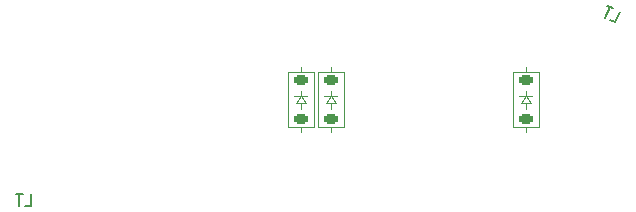
<source format=gbo>
G04 #@! TF.GenerationSoftware,KiCad,Pcbnew,7.0.5*
G04 #@! TF.CreationDate,2023-08-14T09:41:47+08:00*
G04 #@! TF.ProjectId,LT,4c542e6b-6963-4616-945f-706362585858,rev?*
G04 #@! TF.SameCoordinates,Original*
G04 #@! TF.FileFunction,Legend,Bot*
G04 #@! TF.FilePolarity,Positive*
%FSLAX46Y46*%
G04 Gerber Fmt 4.6, Leading zero omitted, Abs format (unit mm)*
G04 Created by KiCad (PCBNEW 7.0.5) date 2023-08-14 09:41:47*
%MOMM*%
%LPD*%
G01*
G04 APERTURE LIST*
G04 Aperture macros list*
%AMRoundRect*
0 Rectangle with rounded corners*
0 $1 Rounding radius*
0 $2 $3 $4 $5 $6 $7 $8 $9 X,Y pos of 4 corners*
0 Add a 4 corners polygon primitive as box body*
4,1,4,$2,$3,$4,$5,$6,$7,$8,$9,$2,$3,0*
0 Add four circle primitives for the rounded corners*
1,1,$1+$1,$2,$3*
1,1,$1+$1,$4,$5*
1,1,$1+$1,$6,$7*
1,1,$1+$1,$8,$9*
0 Add four rect primitives between the rounded corners*
20,1,$1+$1,$2,$3,$4,$5,0*
20,1,$1+$1,$4,$5,$6,$7,0*
20,1,$1+$1,$6,$7,$8,$9,0*
20,1,$1+$1,$8,$9,$2,$3,0*%
%AMHorizOval*
0 Thick line with rounded ends*
0 $1 width*
0 $2 $3 position (X,Y) of the first rounded end (center of the circle)*
0 $4 $5 position (X,Y) of the second rounded end (center of the circle)*
0 Add line between two ends*
20,1,$1,$2,$3,$4,$5,0*
0 Add two circle primitives to create the rounded ends*
1,1,$1,$2,$3*
1,1,$1,$4,$5*%
%AMOutline4P*
0 Free polygon, 4 corners , with rotation*
0 The origin of the aperture is its center*
0 number of corners: always 4*
0 $1 to $8 corner X, Y*
0 $9 Rotation angle, in degrees counterclockwise*
0 create outline with 4 corners*
4,1,4,$1,$2,$3,$4,$5,$6,$7,$8,$1,$2,$9*%
G04 Aperture macros list end*
%ADD10C,0.150000*%
%ADD11C,0.120000*%
%ADD12C,0.100000*%
%ADD13RoundRect,0.425000X-0.425000X0.425000X-0.425000X-0.425000X0.425000X-0.425000X0.425000X0.425000X0*%
%ADD14O,1.700000X1.700000*%
%ADD15C,3.500000*%
%ADD16HorizOval,1.900000X0.135946X-0.063393X-0.135946X0.063393X0*%
%ADD17C,5.100000*%
%ADD18HorizOval,2.400000X-0.083193X0.543672X0.083193X-0.543672X0*%
%ADD19C,2.400000*%
%ADD20Outline4P,-1.150000X-1.200000X1.150000X-1.200000X1.150000X1.200000X-1.150000X1.200000X335.000000*%
%ADD21Outline4P,-1.200000X-1.200000X1.200000X-1.200000X1.200000X1.200000X-1.200000X1.200000X335.000000*%
%ADD22O,2.200000X1.900000*%
%ADD23HorizOval,2.400000X-0.305164X0.457575X0.305164X-0.457575X0*%
%ADD24Outline4P,-1.150000X-1.200000X1.150000X-1.200000X1.150000X1.200000X-1.150000X1.200000X0.000000*%
%ADD25Outline4P,-1.200000X-1.200000X1.200000X-1.200000X1.200000X1.200000X-1.200000X1.200000X0.000000*%
%ADD26R,1.600000X1.600000*%
%ADD27RoundRect,0.225000X-0.375000X0.225000X-0.375000X-0.225000X0.375000X-0.225000X0.375000X0.225000X0*%
%ADD28O,1.600000X1.600000*%
G04 APERTURE END LIST*
D10*
X228542046Y-94713411D02*
X228973621Y-94914658D01*
X228973621Y-94914658D02*
X229396239Y-94008350D01*
X228792034Y-93726605D02*
X228274144Y-93485109D01*
X228110470Y-94512165D02*
X228533089Y-93605857D01*
X179041428Y-110464819D02*
X179517618Y-110464819D01*
X179517618Y-110464819D02*
X179517618Y-109464819D01*
X178850951Y-109464819D02*
X178279523Y-109464819D01*
X178565237Y-110464819D02*
X178565237Y-109464819D01*
D11*
X221445000Y-98690000D02*
X221445000Y-99150000D01*
X222565000Y-99150000D02*
X222565000Y-103750000D01*
X220325000Y-99150000D02*
X222565000Y-99150000D01*
D12*
X221445000Y-100724400D02*
X221445000Y-101124400D01*
X221445000Y-101124400D02*
X221995000Y-101124400D01*
X221445000Y-101124400D02*
X220895000Y-101124400D01*
X221445000Y-101124400D02*
X221045000Y-101724400D01*
X221845000Y-101724400D02*
X221445000Y-101124400D01*
X221445000Y-101724400D02*
X221445000Y-102224400D01*
X221045000Y-101724400D02*
X221845000Y-101724400D01*
D11*
X222565000Y-103750000D02*
X220325000Y-103750000D01*
X220325000Y-103750000D02*
X220325000Y-99150000D01*
X221445000Y-104230000D02*
X221445000Y-103750000D01*
X202395000Y-98690000D02*
X202395000Y-99150000D01*
X203515000Y-99150000D02*
X203515000Y-103750000D01*
X201275000Y-99150000D02*
X203515000Y-99150000D01*
D12*
X202395000Y-100724400D02*
X202395000Y-101124400D01*
X202395000Y-101124400D02*
X202945000Y-101124400D01*
X202395000Y-101124400D02*
X201845000Y-101124400D01*
X202395000Y-101124400D02*
X201995000Y-101724400D01*
X202795000Y-101724400D02*
X202395000Y-101124400D01*
X202395000Y-101724400D02*
X202395000Y-102224400D01*
X201995000Y-101724400D02*
X202795000Y-101724400D01*
D11*
X203515000Y-103750000D02*
X201275000Y-103750000D01*
X201275000Y-103750000D02*
X201275000Y-99150000D01*
X202395000Y-104230000D02*
X202395000Y-103750000D01*
X204935000Y-98690000D02*
X204935000Y-99150000D01*
X206055000Y-99150000D02*
X206055000Y-103750000D01*
X203815000Y-99150000D02*
X206055000Y-99150000D01*
D12*
X204935000Y-100724400D02*
X204935000Y-101124400D01*
X204935000Y-101124400D02*
X205485000Y-101124400D01*
X204935000Y-101124400D02*
X204385000Y-101124400D01*
X204935000Y-101124400D02*
X204535000Y-101724400D01*
X205335000Y-101724400D02*
X204935000Y-101124400D01*
X204935000Y-101724400D02*
X204935000Y-102224400D01*
X204535000Y-101724400D02*
X205335000Y-101724400D01*
D11*
X206055000Y-103750000D02*
X203815000Y-103750000D01*
X203815000Y-103750000D02*
X203815000Y-99150000D01*
X204935000Y-104230000D02*
X204935000Y-103750000D01*
%LPC*%
D13*
X226490000Y-90650000D03*
D14*
X223950000Y-90650000D03*
X221410000Y-90650000D03*
X218870000Y-90650000D03*
D15*
X181115000Y-101450000D03*
D16*
X230569543Y-104128021D03*
D17*
X235372974Y-106367898D03*
D16*
X240176405Y-108607775D03*
D18*
X229317200Y-108233400D03*
D19*
X232993392Y-102455701D03*
X232879526Y-111715114D03*
D20*
X234057726Y-112264518D03*
D19*
X239830349Y-102819179D03*
X235235927Y-112813921D03*
D21*
X240945107Y-103338999D03*
D19*
X242059866Y-103858820D03*
D15*
X224820000Y-101450000D03*
D22*
X188840000Y-101450000D03*
D17*
X194140000Y-101450000D03*
D22*
X199440000Y-101450000D03*
D23*
X189440000Y-105700000D03*
D19*
X190330000Y-98910000D03*
X194140000Y-107350000D03*
D24*
X195440000Y-107350000D03*
D19*
X196680000Y-96350000D03*
X196740000Y-107350000D03*
D25*
X197910000Y-96350000D03*
D19*
X199140000Y-96350000D03*
D22*
X207890000Y-101450000D03*
D17*
X213190000Y-101450000D03*
D22*
X218490000Y-101450000D03*
D23*
X208490000Y-105700000D03*
D19*
X209380000Y-98910000D03*
X213190000Y-107350000D03*
D24*
X214490000Y-107350000D03*
D19*
X215730000Y-96350000D03*
X215790000Y-107350000D03*
D25*
X216960000Y-96350000D03*
D19*
X218190000Y-96350000D03*
D26*
X221445000Y-97650000D03*
D27*
X221445000Y-99800000D03*
X221445000Y-103100000D03*
D28*
X221445000Y-105250000D03*
D26*
X202395000Y-97650000D03*
D27*
X202395000Y-99800000D03*
X202395000Y-103100000D03*
D28*
X202395000Y-105250000D03*
D26*
X204935000Y-97650000D03*
D27*
X204935000Y-99800000D03*
X204935000Y-103100000D03*
D28*
X204935000Y-105250000D03*
%LPD*%
M02*

</source>
